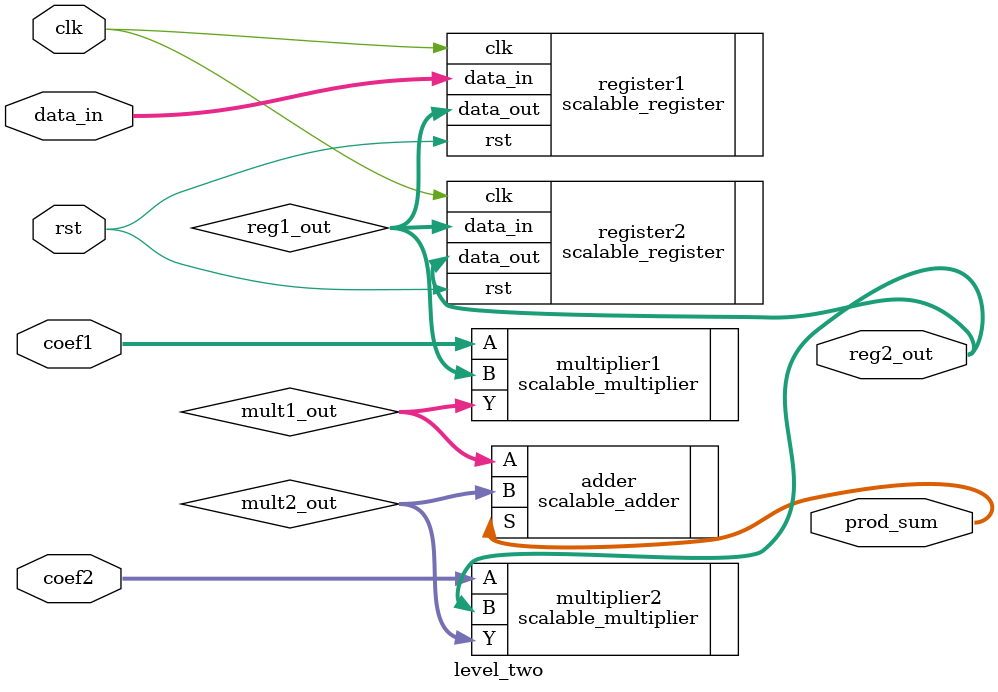
<source format=v>
/**************************************************************************
***   	                                                                ***
*** ECE 526 L Lab #8                                                    ***
*** Experiment #8 Variable Size Multiplier Adder                        ***
*** ***********************************************************************
*** Filename: level_2.v Created by Justin Fursov, Apr 18 2023             ***
***                                                                     ***
***************************************************************************/

/* This is the module for the variable size level 2 instantiation */

`timescale 1ns/1ps

module level_two #(
    parameter DATA_WIDTH = 4
) (
    input wire clk,
    input wire rst,
    input wire [DATA_WIDTH-1:0] data_in,
    input wire [DATA_WIDTH-1:0] coef1,
    input wire [DATA_WIDTH-1:0] coef2,
    output wire [DATA_WIDTH-1:0] reg2_out,
    output wire [(2*DATA_WIDTH):0] prod_sum
);

wire [DATA_WIDTH-1:0] reg1_out;
wire [(2*DATA_WIDTH)-1:0] mult1_out, mult2_out;

// Instance of register1
scalable_register #(.DATA_WIDTH(DATA_WIDTH)) register1 (
    .clk(clk),
    .rst(rst),
    .data_in(data_in),
    .data_out(reg1_out)
);

// Instance of multiplier1
scalable_multiplier #(.DATA_WIDTH(DATA_WIDTH)) multiplier1 (
    .A(coef1),
    .B(reg1_out),
    .Y(mult1_out)
);

// Instance of register2
scalable_register #(.DATA_WIDTH(DATA_WIDTH)) register2 (
    .clk(clk),
    .rst(rst),
    .data_in(reg1_out),
    .data_out(reg2_out)
);

// Instance of multiplier2
scalable_multiplier #(.DATA_WIDTH(DATA_WIDTH)) multiplier2 (
    .A(coef2),
    .B(reg2_out),
    .Y(mult2_out)
);

// Instance of adder
scalable_adder #(.DATA_WIDTH((2*DATA_WIDTH))) adder (
    .A(mult1_out),
    .B(mult2_out),
    .S(prod_sum)
);


endmodule

</source>
